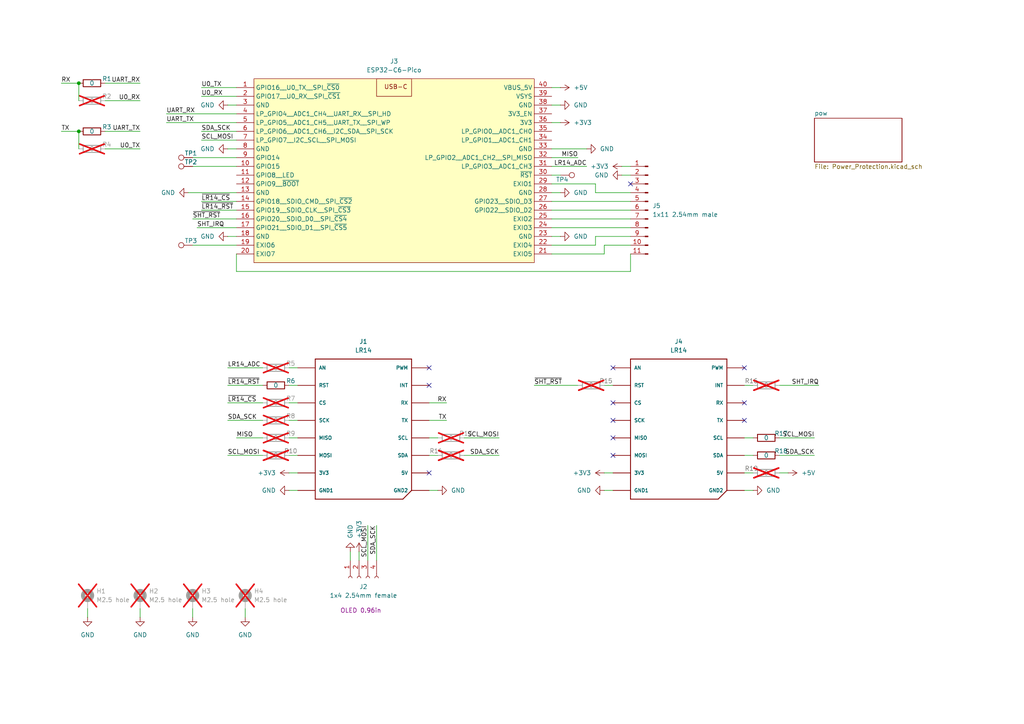
<source format=kicad_sch>
(kicad_sch (version 20231120) (generator "eeschema") (generator_version "8.0")
  (paper "A4")
  (lib_symbols
    (symbol "Connector:Conn_01x04_Socket" (pin_names (offset 1.016) hide)
      (property "Reference" "J" (at 0 5.08 0))
      (property "Value" "Conn_01x04_Socket" (at 0 -7.62 0))
      (symbol "Conn_01x04_Socket_1_1"
        (arc (start 0 -4.572) (mid -0.5058 -5.08) (end 0 -5.588) (stroke (width 0.1524)))
        (arc (start 0 -2.032) (mid -0.5058 -2.54) (end 0 -3.048) (stroke (width 0.1524)))
        (polyline (pts (xy -1.27 -5.08) (xy -0.508 -5.08)) (stroke (width 0.1524)))
        (polyline (pts (xy -1.27 -2.54) (xy -0.508 -2.54)) (stroke (width 0.1524)))
        (polyline (pts (xy -1.27 0) (xy -0.508 0)) (stroke (width 0.1524)))
        (polyline (pts (xy -1.27 2.54) (xy -0.508 2.54)) (stroke (width 0.1524)))
        (arc (start 0 0.508) (mid -0.5058 0) (end 0 -0.508) (stroke (width 0.1524)))
        (arc (start 0 3.048) (mid -0.5058 2.54) (end 0 2.032) (stroke (width 0.1524)))
        (pin passive line (at -5.08 2.54 0) (length 3.81) (name "Pin_1") (number "1"))
        (pin passive line (at -5.08 0 0) (length 3.81) (name "Pin_2") (number "2"))
        (pin passive line (at -5.08 -2.54 0) (length 3.81) (name "Pin_3") (number "3"))
        (pin passive line (at -5.08 -5.08 0) (length 3.81) (name "Pin_4") (number "4"))
      )
    )
    (symbol "Connector:Conn_01x11_Pin" (pin_names (offset 1.016) hide)
      (property "Reference" "J" (at 0 15.24 0))
      (property "Value" "Conn_01x11_Pin" (at 0 -15.24 0))
      (symbol "Conn_01x11_Pin_1_1"
        (polyline (pts (xy 1.27 -12.7) (xy 0.8636 -12.7)) (stroke (width 0.1524)))
        (polyline (pts (xy 1.27 -10.16) (xy 0.8636 -10.16)) (stroke (width 0.1524)))
        (polyline (pts (xy 1.27 -7.62) (xy 0.8636 -7.62)) (stroke (width 0.1524)))
        (polyline (pts (xy 1.27 -5.08) (xy 0.8636 -5.08)) (stroke (width 0.1524)))
        (polyline (pts (xy 1.27 -2.54) (xy 0.8636 -2.54)) (stroke (width 0.1524)))
        (polyline (pts (xy 1.27 0) (xy 0.8636 0)) (stroke (width 0.1524)))
        (polyline (pts (xy 1.27 2.54) (xy 0.8636 2.54)) (stroke (width 0.1524)))
        (polyline (pts (xy 1.27 5.08) (xy 0.8636 5.08)) (stroke (width 0.1524)))
        (polyline (pts (xy 1.27 7.62) (xy 0.8636 7.62)) (stroke (width 0.1524)))
        (polyline (pts (xy 1.27 10.16) (xy 0.8636 10.16)) (stroke (width 0.1524)))
        (polyline (pts (xy 1.27 12.7) (xy 0.8636 12.7)) (stroke (width 0.1524)))
        (rectangle (start 0.8636 -12.573) (end 0 -12.827) (stroke (width 0.1524)) (fill (type outline)))
        (rectangle (start 0.8636 -10.033) (end 0 -10.287) (stroke (width 0.1524)) (fill (type outline)))
        (rectangle (start 0.8636 -7.493) (end 0 -7.747) (stroke (width 0.1524)) (fill (type outline)))
        (rectangle (start 0.8636 -4.953) (end 0 -5.207) (stroke (width 0.1524)) (fill (type outline)))
        (rectangle (start 0.8636 -2.413) (end 0 -2.667) (stroke (width 0.1524)) (fill (type outline)))
        (rectangle (start 0.8636 0.127) (end 0 -0.127) (stroke (width 0.1524)) (fill (type outline)))
        (rectangle (start 0.8636 2.667) (end 0 2.413) (stroke (width 0.1524)) (fill (type outline)))
        (rectangle (start 0.8636 5.207) (end 0 4.953) (stroke (width 0.1524)) (fill (type outline)))
        (rectangle (start 0.8636 7.747) (end 0 7.493) (stroke (width 0.1524)) (fill (type outline)))
        (rectangle (start 0.8636 10.287) (end 0 10.033) (stroke (width 0.1524)) (fill (type outline)))
        (rectangle (start 0.8636 12.827) (end 0 12.573) (stroke (width 0.1524)) (fill (type outline)))
        (pin passive line (at 5.08 12.7 180) (length 3.81) (name "Pin_1") (number "1"))
        (pin passive line (at 5.08 -10.16 180) (length 3.81) (name "Pin_10") (number "10"))
        (pin passive line (at 5.08 -12.7 180) (length 3.81) (name "Pin_11") (number "11"))
        (pin passive line (at 5.08 10.16 180) (length 3.81) (name "Pin_2") (number "2"))
        (pin passive line (at 5.08 7.62 180) (length 3.81) (name "Pin_3") (number "3"))
        (pin passive line (at 5.08 5.08 180) (length 3.81) (name "Pin_4") (number "4"))
        (pin passive line (at 5.08 2.54 180) (length 3.81) (name "Pin_5") (number "5"))
        (pin passive line (at 5.08 0 180) (length 3.81) (name "Pin_6") (number "6"))
        (pin passive line (at 5.08 -2.54 180) (length 3.81) (name "Pin_7") (number "7"))
        (pin passive line (at 5.08 -5.08 180) (length 3.81) (name "Pin_8") (number "8"))
        (pin passive line (at 5.08 -7.62 180) (length 3.81) (name "Pin_9") (number "9"))
      )
    )
    (symbol "Connector:TestPoint" (pin_numbers hide) (pin_names (offset 0.762) hide)
      (property "Reference" "TP" (at 0 6.858 0))
      (property "Value" "TestPoint" (at 0 5.08 0))
      (symbol "TestPoint_0_1"
        (circle (center 0 3.302) (radius 0.762))
      )
      (symbol "TestPoint_1_1"
        (pin passive line (at 0 0 90) (length 2.54) (name "1") (number "1"))
      )
    )
    (symbol "Device:R" (pin_numbers hide) (pin_names (offset 0))
      (property "Reference" "R" (at 2.032 0 90))
      (property "Value" "R" (at 0 0 90))
      (symbol "R_0_1"
        (rectangle (start -1.016 -2.54) (end 1.016 2.54) (stroke (width 0.254)))
      )
      (symbol "R_1_1"
        (pin passive line (at 0 3.81 270) (length 1.27) (name "~") (number "1"))
        (pin passive line (at 0 -3.81 90) (length 1.27) (name "~") (number "2"))
      )
    )
    (symbol "ESP32:ESP32-C6-Pico"
      (property "Reference" "J" (at 0 0 0))
      (symbol "ESP32-C6-Pico_1_0"
        (pin passive line (at -45.72 -35.56 0) (length 5.08) (name "GND") (number "13"))
        (pin passive line (at -45.72 -48.26 0) (length 5.08) (name "GND") (number "18"))
        (pin bidirectional line (at -45.72 -50.8 0) (length 5.08) (name "EXIO6") (number "19"))
        (pin bidirectional line (at -45.72 -7.62 0) (length 5.08) (name "GPIO17__U0_RX__SPI_~{CS1}") (number "2"))
        (pin bidirectional line (at -45.72 -53.34 0) (length 5.08) (name "EXIO7") (number "20"))
        (pin bidirectional line (at 45.72 -53.34 180) (length 5.08) (name "EXIO5") (number "21"))
        (pin bidirectional line (at 45.72 -50.8 180) (length 5.08) (name "EXIO4") (number "22"))
        (pin passive line (at 45.72 -48.26 180) (length 5.08) (name "GND") (number "23"))
        (pin bidirectional line (at 45.72 -45.72 180) (length 5.08) (name "EXIO3") (number "24"))
        (pin bidirectional line (at 45.72 -43.18 180) (length 5.08) (name "EXIO2") (number "25"))
        (pin passive line (at 45.72 -35.56 180) (length 5.08) (name "GND") (number "28"))
        (pin bidirectional line (at 45.72 -33.02 180) (length 5.08) (name "EXIO1") (number "29"))
        (pin passive line (at -45.72 -10.16 0) (length 5.08) (name "GND") (number "3"))
        (pin input line (at 45.72 -30.48 180) (length 5.08) (name "~{RST}") (number "30"))
        (pin bidirectional line (at 45.72 -27.94 180) (length 5.08) (name "LP_GPIO3__ADC1_CH3") (number "31"))
        (pin bidirectional line (at 45.72 -25.4 180) (length 5.08) (name "LP_GPIO2__ADC1_CH2__SPI_MISO") (number "32"))
        (pin passive line (at 45.72 -22.86 180) (length 5.08) (name "GND") (number "33"))
        (pin bidirectional line (at 45.72 -20.32 180) (length 5.08) (name "LP_GPIO1__ADC1_CH1") (number "34"))
        (pin bidirectional line (at 45.72 -17.78 180) (length 5.08) (name "LP_GPIO0__ADC1_CH0") (number "35"))
        (pin power_out line (at 45.72 -15.24 180) (length 5.08) (name "3V3") (number "36"))
        (pin input line (at 45.72 -12.7 180) (length 5.08) (name "3V3_EN") (number "37"))
        (pin passive line (at 45.72 -10.16 180) (length 5.08) (name "GND") (number "38"))
        (pin power_in line (at 45.72 -7.62 180) (length 5.08) (name "VSYS") (number "39"))
        (pin bidirectional line (at -45.72 -12.7 0) (length 5.08) (name "LP_GPIO4__ADC1_CH4__UART_RX__SPI_HD") (number "4"))
        (pin power_out line (at 45.72 -5.08 180) (length 5.08) (name "VBUS_5V") (number "40"))
        (pin bidirectional line (at -45.72 -15.24 0) (length 5.08) (name "LP_GPIO5__ADC1_CH5__UART_TX__SPI_WP") (number "5"))
        (pin bidirectional line (at -45.72 -17.78 0) (length 5.08) (name "LP_GPIO6__ADC1_CH6__I2C_SDA__SPI_SCK") (number "6"))
        (pin bidirectional line (at -45.72 -20.32 0) (length 5.08) (name "LP_GPIO7__I2C_SCL__SPI_MOSI") (number "7"))
        (pin passive line (at -45.72 -22.86 0) (length 5.08) (name "GND") (number "8"))
        (pin bidirectional line (at -45.72 -25.4 0) (length 5.08) (name "GPIO14") (number "9"))
      )
      (symbol "ESP32-C6-Pico_1_1"
        (rectangle (start -40.64 -2.54) (end 40.64 -55.88) (fill (type background)))
        (rectangle (start -5.08 -2.54) (end 5.08 -7.62))
        (text "USB-C" (at 0.508 -4.826 0) (effects (font (size 1.27 1.27))))
        (pin bidirectional line (at -45.72 -5.08 0) (length 5.08) (name "GPIO16__U0_TX__SPI_~{CS0}") (number "1"))
        (pin bidirectional line (at -45.72 -27.94 0) (length 5.08) (name "GPIO15") (number "10"))
        (pin bidirectional line (at -45.72 -30.48 0) (length 5.08) (name "GPIO8__LED") (number "11"))
        (pin bidirectional line (at -45.72 -33.02 0) (length 5.08) (name "GPIO9__~{BOOT}") (number "12"))
        (pin bidirectional line (at -45.72 -38.1 0) (length 5.08) (name "GPIO18__SDIO_CMD__SPI_~{CS2}") (number "14"))
        (pin bidirectional line (at -45.72 -40.64 0) (length 5.08) (name "GPIO19__SDIO_CLK__SPI_~{CS3}") (number "15"))
        (pin bidirectional line (at -45.72 -43.18 0) (length 5.08) (name "GPIO20__SDIO_D0__SPI_~{CS4}") (number "16"))
        (pin bidirectional line (at -45.72 -45.72 0) (length 5.08) (name "GPIO21__SDIO_D1__SPI_~{CS5}") (number "17"))
        (pin bidirectional line (at 45.72 -40.64 180) (length 5.08) (name "GPIO22__SDIO_D2") (number "26"))
        (pin bidirectional line (at 45.72 -38.1 180) (length 5.08) (name "GPIO23__SDIO_D3") (number "27"))
      )
    )
    (symbol "Mechanical:MountingHole_Pad" (pin_numbers hide) (pin_names (offset 1.016) hide) (exclude_from_sim yes) (in_bom no)
      (property "Reference" "H" (at 0 6.35 0))
      (property "Value" "MountingHole_Pad" (at 0 4.445 0))
      (symbol "MountingHole_Pad_0_1"
        (circle (center 0 1.27) (radius 1.27) (stroke (width 1.27)))
      )
      (symbol "MountingHole_Pad_1_1"
        (pin input line (at 0 -2.54 90) (length 2.54) (name "1") (number "1"))
      )
    )
    (symbol "mikroBus:MIKROBUS_HOST_CONN" (pin_numbers hide) (pin_names (offset 1.016))
      (property "Reference" "CON" (at 10.16 38.1 0))
      (property "Value" "MIKROBUS_HOST_CONN" (at 2.54 3.81 0))
      (symbol "MIKROBUS_HOST_CONN_0_0"
        (polyline (pts (xy 0 0) (xy 0 40.64)) (stroke (width 0.254)))
        (polyline (pts (xy 0 40.64) (xy 27.94 40.64)) (stroke (width 0.254)))
        (polyline (pts (xy 25.4 0) (xy 0 0)) (stroke (width 0.254)))
        (polyline (pts (xy 27.94 2.54) (xy 25.4 0)) (stroke (width 0.254)))
        (polyline (pts (xy 27.94 40.64) (xy 27.94 2.54)) (stroke (width 0.254)))
        (pin bidirectional line (at -5.08 38.1 0) (length 5.08) (name "AN") (number "P1"))
        (pin power_in line (at 33.02 7.62 180) (length 5.08) (name "5V") (number "P10"))
        (pin bidirectional line (at 33.02 12.7 180) (length 5.08) (name "SDA") (number "P11"))
        (pin bidirectional line (at 33.02 17.78 180) (length 5.08) (name "SCL") (number "P12"))
        (pin bidirectional line (at 33.02 22.86 180) (length 5.08) (name "TX") (number "P13"))
        (pin bidirectional line (at 33.02 27.94 180) (length 5.08) (name "RX") (number "P14"))
        (pin bidirectional line (at 33.02 33.02 180) (length 5.08) (name "INT") (number "P15"))
        (pin bidirectional line (at 33.02 38.1 180) (length 5.08) (name "PWM") (number "P16"))
        (pin bidirectional line (at -5.08 33.02 0) (length 5.08) (name "RST") (number "P2"))
        (pin bidirectional line (at -5.08 27.94 0) (length 5.08) (name "CS") (number "P3"))
        (pin bidirectional line (at -5.08 22.86 0) (length 5.08) (name "SCK") (number "P4"))
        (pin bidirectional line (at -5.08 17.78 0) (length 5.08) (name "MISO") (number "P5"))
        (pin bidirectional line (at -5.08 12.7 0) (length 5.08) (name "MOSI") (number "P6"))
        (pin power_in line (at -5.08 7.62 0) (length 5.08) (name "3V3") (number "P7"))
        (pin bidirectional line (at -5.08 2.54 0) (length 5.08) (name "GND1") (number "P8"))
        (pin bidirectional line (at 33.02 2.54 180) (length 5.08) (name "GND2") (number "P9"))
      )
    )
    (symbol "power:+3V3" (power) (pin_numbers hide) (pin_names (offset 0) hide)
      (property "Value" "+3V3" (at 0 3.556 0))
      (symbol "+3V3_0_1"
        (polyline (pts (xy -0.762 1.27) (xy 0 2.54)))
        (polyline (pts (xy 0 0) (xy 0 2.54)))
        (polyline (pts (xy 0 2.54) (xy 0.762 1.27)))
      )
      (symbol "+3V3_1_1"
        (pin power_in line (at 0 0 90) (length 0) (name "~") (number "1"))
      )
    )
    (symbol "power:+5V" (power) (pin_numbers hide) (pin_names (offset 0) hide)
      (property "Value" "+5V" (at 0 3.556 0))
      (symbol "+5V_0_1"
        (polyline (pts (xy -0.762 1.27) (xy 0 2.54)))
        (polyline (pts (xy 0 0) (xy 0 2.54)))
        (polyline (pts (xy 0 2.54) (xy 0.762 1.27)))
      )
      (symbol "+5V_1_1"
        (pin power_in line (at 0 0 90) (length 0) (name "~") (number "1"))
      )
    )
    (symbol "power:GND" (power) (pin_numbers hide) (pin_names (offset 0) hide)
      (property "Value" "GND" (at 0 -3.81 0))
      (symbol "GND_0_1"
        (polyline (pts (xy 0 0) (xy 0 -1.27) (xy 1.27 -1.27) (xy 0 -2.54) (xy -1.27 -1.27) (xy 0 -1.27)))
      )
      (symbol "GND_1_1"
        (pin power_in line (at 0 0 270) (length 0) (name "~") (number "1"))
      )
    )
  )
  (junction (at 22.86 24.13))
  (junction (at 22.86 38.1))
  (no_connect (at 177.8 132.08))
  (no_connect (at 124.46 111.76))
  (no_connect (at 177.8 116.84))
  (no_connect (at 177.8 106.68))
  (no_connect (at 124.46 106.68))
  (no_connect (at 215.9 106.68))
  (no_connect (at 177.8 121.92))
  (no_connect (at 182.88 53.34))
  (no_connect (at 215.9 116.84))
  (no_connect (at 124.46 137.16))
  (no_connect (at 177.8 127))
  (no_connect (at 215.9 121.92))
  (wire (pts (xy 86.36 111.76) (xy 83.82 111.76)))
  (wire (pts (xy 170.18 48.26) (xy 160.02 48.26)))
  (wire (pts (xy 218.44 142.24) (xy 215.9 142.24)))
  (wire (pts (xy 66.04 132.08) (xy 76.2 132.08)))
  (wire (pts (xy 30.48 24.13) (xy 40.64 24.13)))
  (wire (pts (xy 55.88 45.72) (xy 68.58 45.72)))
  (wire (pts (xy 22.86 24.13) (xy 22.86 29.21)))
  (wire (pts (xy 215.9 127) (xy 218.44 127)))
  (wire (pts (xy 66.04 106.68) (xy 76.2 106.68)))
  (wire (pts (xy 66.04 43.18) (xy 68.58 43.18)))
  (wire (pts (xy 182.88 48.26) (xy 180.34 48.26)))
  (wire (pts (xy 58.42 60.96) (xy 68.58 60.96)))
  (wire (pts (xy 160.02 71.12) (xy 172.72 71.12)))
  (wire (pts (xy 66.04 30.48) (xy 68.58 30.48)))
  (wire (pts (xy 86.36 106.68) (xy 83.82 106.68)))
  (wire (pts (xy 160.02 53.34) (xy 172.72 53.34)))
  (wire (pts (xy 54.61 55.88) (xy 68.58 55.88)))
  (wire (pts (xy 226.06 111.76) (xy 237.49 111.76)))
  (wire (pts (xy 66.04 111.76) (xy 76.2 111.76)))
  (wire (pts (xy 83.82 121.92) (xy 86.36 121.92)))
  (wire (pts (xy 106.68 152.4) (xy 106.68 162.56)))
  (wire (pts (xy 22.86 24.13) (xy 17.78 24.13)))
  (wire (pts (xy 215.9 137.16) (xy 218.44 137.16)))
  (wire (pts (xy 236.22 132.08) (xy 226.06 132.08)))
  (wire (pts (xy 172.72 68.58) (xy 182.88 68.58)))
  (wire (pts (xy 160.02 50.8) (xy 162.56 50.8)))
  (wire (pts (xy 175.26 71.12) (xy 175.26 73.66)))
  (wire (pts (xy 55.88 71.12) (xy 68.58 71.12)))
  (wire (pts (xy 68.58 66.04) (xy 57.15 66.04)))
  (wire (pts (xy 58.42 58.42) (xy 68.58 58.42)))
  (wire (pts (xy 180.34 50.8) (xy 182.88 50.8)))
  (wire (pts (xy 160.02 73.66) (xy 175.26 73.66)))
  (wire (pts (xy 66.04 116.84) (xy 76.2 116.84)))
  (wire (pts (xy 162.56 68.58) (xy 160.02 68.58)))
  (wire (pts (xy 109.22 152.4) (xy 109.22 162.56)))
  (wire (pts (xy 160.02 63.5) (xy 182.88 63.5)))
  (wire (pts (xy 162.56 55.88) (xy 160.02 55.88)))
  (wire (pts (xy 66.04 121.92) (xy 76.2 121.92)))
  (wire (pts (xy 172.72 53.34) (xy 172.72 55.88)))
  (wire (pts (xy 68.58 25.4) (xy 58.42 25.4)))
  (wire (pts (xy 160.02 25.4) (xy 162.56 25.4)))
  (wire (pts (xy 127 142.24) (xy 124.46 142.24)))
  (wire (pts (xy 182.88 71.12) (xy 175.26 71.12)))
  (wire (pts (xy 68.58 73.66) (xy 68.58 78.74)))
  (wire (pts (xy 58.42 38.1) (xy 68.58 38.1)))
  (wire (pts (xy 144.78 132.08) (xy 134.62 132.08)))
  (wire (pts (xy 55.88 176.53) (xy 55.88 179.07)))
  (wire (pts (xy 162.56 30.48) (xy 160.02 30.48)))
  (wire (pts (xy 177.8 111.76) (xy 175.26 111.76)))
  (wire (pts (xy 48.26 35.56) (xy 68.58 35.56)))
  (wire (pts (xy 66.04 68.58) (xy 68.58 68.58)))
  (wire (pts (xy 124.46 127) (xy 127 127)))
  (wire (pts (xy 177.8 137.16) (xy 175.26 137.16)))
  (wire (pts (xy 124.46 132.08) (xy 127 132.08)))
  (wire (pts (xy 160.02 58.42) (xy 182.88 58.42)))
  (wire (pts (xy 48.26 33.02) (xy 68.58 33.02)))
  (wire (pts (xy 172.72 71.12) (xy 172.72 68.58)))
  (wire (pts (xy 86.36 132.08) (xy 83.82 132.08)))
  (wire (pts (xy 104.14 162.56) (xy 104.14 160.02)))
  (wire (pts (xy 160.02 60.96) (xy 182.88 60.96)))
  (wire (pts (xy 76.2 127) (xy 68.58 127)))
  (wire (pts (xy 86.36 137.16) (xy 83.82 137.16)))
  (wire (pts (xy 124.46 121.92) (xy 129.54 121.92)))
  (wire (pts (xy 58.42 40.64) (xy 68.58 40.64)))
  (wire (pts (xy 172.72 55.88) (xy 182.88 55.88)))
  (wire (pts (xy 83.82 142.24) (xy 86.36 142.24)))
  (wire (pts (xy 68.58 27.94) (xy 58.42 27.94)))
  (wire (pts (xy 30.48 38.1) (xy 40.64 38.1)))
  (wire (pts (xy 40.64 176.53) (xy 40.64 179.07)))
  (wire (pts (xy 86.36 116.84) (xy 83.82 116.84)))
  (wire (pts (xy 226.06 137.16) (xy 228.6 137.16)))
  (wire (pts (xy 22.86 38.1) (xy 22.86 43.18)))
  (wire (pts (xy 30.48 43.18) (xy 40.64 43.18)))
  (wire (pts (xy 170.18 43.18) (xy 160.02 43.18)))
  (wire (pts (xy 215.9 132.08) (xy 218.44 132.08)))
  (wire (pts (xy 83.82 127) (xy 86.36 127)))
  (wire (pts (xy 101.6 160.02) (xy 101.6 162.56)))
  (wire (pts (xy 167.64 111.76) (xy 154.94 111.76)))
  (wire (pts (xy 215.9 111.76) (xy 218.44 111.76)))
  (wire (pts (xy 25.4 176.53) (xy 25.4 179.07)))
  (wire (pts (xy 182.88 78.74) (xy 182.88 73.66)))
  (wire (pts (xy 30.48 29.21) (xy 40.64 29.21)))
  (wire (pts (xy 68.58 78.74) (xy 182.88 78.74)))
  (wire (pts (xy 124.46 116.84) (xy 129.54 116.84)))
  (wire (pts (xy 160.02 66.04) (xy 182.88 66.04)))
  (wire (pts (xy 55.88 48.26) (xy 68.58 48.26)))
  (wire (pts (xy 68.58 63.5) (xy 55.88 63.5)))
  (wire (pts (xy 175.26 142.24) (xy 177.8 142.24)))
  (wire (pts (xy 22.86 38.1) (xy 17.78 38.1)))
  (wire (pts (xy 144.78 127) (xy 134.62 127)))
  (wire (pts (xy 160.02 35.56) (xy 162.56 35.56)))
  (wire (pts (xy 236.22 127) (xy 226.06 127)))
  (wire (pts (xy 71.12 176.53) (xy 71.12 179.07)))
  (wire (pts (xy 160.02 45.72) (xy 167.64 45.72)))
  (label "RX" (at 129.54 116.84 180))
  (label "TX" (at 129.54 121.92 180))
  (label "~{LR14_RST}" (at 58.42 60.96 0))
  (label "SCL_MOSI" (at 144.78 127 180))
  (label "RX" (at 17.78 24.13 0))
  (label "SDA_SCK" (at 66.04 121.92 0))
  (label "SDA_SCK" (at 109.22 152.4 270))
  (label "SDA_SCK" (at 58.42 38.1 0))
  (label "UART_TX" (at 40.64 38.1 180))
  (label "~{SHT_RST}" (at 55.88 63.5 0))
  (label "U0_RX" (at 58.42 27.94 0))
  (label "UART_TX" (at 48.26 35.56 0))
  (label "TX" (at 17.78 38.1 0))
  (label "U0_RX" (at 40.64 29.21 180))
  (label "SCL_MOSI" (at 66.04 132.08 0))
  (label "LR14_ADC" (at 170.18 48.26 180))
  (label "MISO" (at 68.58 127 0))
  (label "UART_RX" (at 48.26 33.02 0))
  (label "~{LR14_CS}" (at 66.04 116.84 0))
  (label "SCL_MOSI" (at 58.42 40.64 0))
  (label "SHT_IRQ" (at 57.15 66.04 0))
  (label "LR14_ADC" (at 66.04 106.68 0))
  (label "U0_TX" (at 58.42 25.4 0))
  (label "~{SHT_RST}" (at 154.94 111.76 0))
  (label "SDA_SCK" (at 236.22 132.08 180))
  (label "MISO" (at 167.64 45.72 180))
  (label "U0_TX" (at 40.64 43.18 180))
  (label "SDA_SCK" (at 144.78 132.08 180))
  (label "~{LR14_CS}" (at 58.42 58.42 0))
  (label "UART_RX" (at 40.64 24.13 180))
  (label "~{LR14_RST}" (at 66.04 111.76 0))
  (label "SHT_IRQ" (at 237.49 111.76 180))
  (label "SCL_MOSI" (at 236.22 127 180))
  (label "SCL_MOSI" (at 106.68 152.4 270))
  (symbol (lib_id "power:+5V") (at 162.56 25.4 270) (unit 1)
    (property "Reference" "#PWR014" (effects (hide yes)))
    (property "Value" "+5V" (at 166.37 25.3999 90) (effects (justify left)))
    (property "Description" "Power symbol creates a global label with name \"+5V\"" (effects (hide yes)))
  )
  (symbol (lib_id "Mechanical:MountingHole_Pad") (at 25.4 173.99 0) (unit 1) (exclude_from_sim yes) (in_bom no) (dnp yes)
    (property "Reference" "H1" (at 27.94 171.4499 0) (effects (justify left)))
    (property "Value" "M2.5 hole" (at 27.94 173.9899 0) (effects (justify left)))
    (property "Footprint" "MountingHole:MountingHole_2.7mm_M2.5_Pad" (effects (hide yes)))
    (property "Description" "Mounting Hole with connection" (effects (hide yes)))
  )
  (symbol (lib_id "power:+3V3") (at 175.26 137.16 90) (unit 1)
    (property "Reference" "#PWR020" (effects (hide yes)))
    (property "Value" "+3V3" (at 171.45 137.1601 90) (effects (justify left)))
    (property "Description" "Power symbol creates a global label with name \"+3V3\"" (effects (hide yes)))
  )
  (symbol (lib_id "Device:R") (at 26.67 38.1 90) (unit 1)
    (property "Reference" "R3" (at 30.988 36.83 90))
    (property "Value" "0" (at 26.67 38.1 90))
    (property "Footprint" "For_Rasterboard:R_Axial_DIN0207_L6.3mm_D2.5mm_Pinf_Horizontal" (effects (hide yes)))
    (property "Description" "Resistor" (effects (hide yes)))
  )
  (symbol (lib_id "Mechanical:MountingHole_Pad") (at 71.12 173.99 0) (unit 1) (exclude_from_sim yes) (in_bom no) (dnp yes)
    (property "Reference" "H4" (at 73.66 171.4499 0) (effects (justify left)))
    (property "Value" "M2.5 hole" (at 73.66 173.9899 0) (effects (justify left)))
    (property "Footprint" "MountingHole:MountingHole_2.7mm_M2.5_Pad" (effects (hide yes)))
    (property "Description" "Mounting Hole with connection" (effects (hide yes)))
  )
  (symbol (lib_id "power:GND") (at 180.34 50.8 270) (unit 1)
    (property "Reference" "#PWR023" (effects (hide yes)))
    (property "Value" "GND" (at 176.53 50.7999 90) (effects (justify right)))
    (property "Description" "Power symbol creates a global label with name \"GND\" , ground" (effects (hide yes)))
  )
  (symbol (lib_id "power:GND") (at 66.04 68.58 270) (unit 1)
    (property "Reference" "#PWR07" (effects (hide yes)))
    (property "Value" "GND" (at 62.23 68.5799 90) (effects (justify right)))
    (property "Description" "Power symbol creates a global label with name \"GND\" , ground" (effects (hide yes)))
  )
  (symbol (lib_id "power:GND") (at 175.26 142.24 270) (unit 1)
    (property "Reference" "#PWR021" (effects (hide yes)))
    (property "Value" "GND" (at 171.45 142.2399 90) (effects (justify right)))
    (property "Description" "Power symbol creates a global label with name \"GND\" , ground" (effects (hide yes)))
  )
  (symbol (lib_id "Device:R") (at 222.25 137.16 270) (mirror x) (unit 1) (dnp yes)
    (property "Reference" "R19" (at 217.932 135.89 90))
    (property "Value" "0" (at 222.25 137.16 90))
    (property "Footprint" "For_Rasterboard:R_Axial_DIN0207_L6.3mm_D2.5mm_Pinf_Horizontal" (effects (hide yes)))
    (property "Description" "Resistor" (effects (hide yes)))
  )
  (symbol (lib_id "Device:R") (at 130.81 132.08 270) (mirror x) (unit 1) (dnp yes)
    (property "Reference" "R14" (at 126.492 130.81 90))
    (property "Value" "0" (at 130.81 132.08 90))
    (property "Footprint" "For_Rasterboard:R_Axial_DIN0207_L6.3mm_D2.5mm_Pinf_Horizontal" (effects (hide yes)))
    (property "Description" "Resistor" (effects (hide yes)))
  )
  (symbol (lib_id "power:GND") (at 66.04 30.48 270) (unit 1)
    (property "Reference" "#PWR05" (effects (hide yes)))
    (property "Value" "GND" (at 62.23 30.4799 90) (effects (justify right)))
    (property "Description" "Power symbol creates a global label with name \"GND\" , ground" (effects (hide yes)))
  )
  (symbol (lib_id "Device:R") (at 222.25 132.08 90) (unit 1)
    (property "Reference" "R18" (at 226.568 130.81 90))
    (property "Value" "0" (at 222.25 132.08 90))
    (property "Footprint" "For_Rasterboard:R_Axial_DIN0207_L6.3mm_D2.5mm_Pinf_Horizontal" (effects (hide yes)))
    (property "Description" "Resistor" (effects (hide yes)))
  )
  (symbol (lib_id "power:GND") (at 162.56 30.48 90) (unit 1)
    (property "Reference" "#PWR015" (effects (hide yes)))
    (property "Value" "GND" (at 166.37 30.4801 90) (effects (justify right)))
    (property "Description" "Power symbol creates a global label with name \"GND\" , ground" (effects (hide yes)))
  )
  (symbol (lib_id "power:+3V3") (at 180.34 48.26 90) (unit 1)
    (property "Reference" "#PWR022" (effects (hide yes)))
    (property "Value" "+3V3" (at 176.53 48.2601 90) (effects (justify left)))
    (property "Description" "Power symbol creates a global label with name \"+3V3\"" (effects (hide yes)))
  )
  (symbol (lib_id "power:GND") (at 162.56 68.58 90) (unit 1)
    (property "Reference" "#PWR018" (effects (hide yes)))
    (property "Value" "GND" (at 166.37 68.5801 90) (effects (justify right)))
    (property "Description" "Power symbol creates a global label with name \"GND\" , ground" (effects (hide yes)))
  )
  (symbol (lib_id "Connector:TestPoint") (at 55.88 45.72 90) (unit 1)
    (property "Reference" "TP1" (at 55.372 44.45 90))
    (property "Value" "1x1 2x54mm male" (effects (hide yes)))
    (property "Footprint" "Connector_PinHeader_2.54mm:PinHeader_1x01_P2.54mm_Vertical" (effects (hide yes)))
    (property "Description" "test point" (effects (hide yes)))
  )
  (symbol (lib_id "power:+3V3") (at 104.14 160.02 0) (unit 1)
    (property "Reference" "#PWR012" (effects (hide yes)))
    (property "Value" "+3V3" (at 104.1399 156.21 90) (effects (justify left)))
    (property "Description" "Power symbol creates a global label with name \"+3V3\"" (effects (hide yes)))
  )
  (symbol (lib_id "power:GND") (at 40.64 179.07 0) (unit 1)
    (property "Reference" "#PWR02" (effects (hide yes)))
    (property "Value" "GND" (at 40.64 184.15 0))
    (property "Description" "Power symbol creates a global label with name \"GND\" , ground" (effects (hide yes)))
  )
  (symbol (lib_id "Mechanical:MountingHole_Pad") (at 55.88 173.99 0) (unit 1) (exclude_from_sim yes) (in_bom no) (dnp yes)
    (property "Reference" "H3" (at 58.42 171.4499 0) (effects (justify left)))
    (property "Value" "M2.5 hole" (at 58.42 173.9899 0) (effects (justify left)))
    (property "Footprint" "MountingHole:MountingHole_2.7mm_M2.5_Pad" (effects (hide yes)))
    (property "Description" "Mounting Hole with connection" (effects (hide yes)))
  )
  (symbol (lib_id "Device:R") (at 80.01 116.84 90) (unit 1) (dnp yes)
    (property "Reference" "R7" (at 84.328 115.57 90))
    (property "Value" "0" (at 80.01 116.84 90))
    (property "Footprint" "For_Rasterboard:R_Axial_DIN0207_L6.3mm_D2.5mm_Pinf_Horizontal" (effects (hide yes)))
    (property "Description" "Resistor" (effects (hide yes)))
  )
  (symbol (lib_id "Mechanical:MountingHole_Pad") (at 40.64 173.99 0) (unit 1) (exclude_from_sim yes) (in_bom no) (dnp yes)
    (property "Reference" "H2" (at 43.18 171.4499 0) (effects (justify left)))
    (property "Value" "M2.5 hole" (at 43.18 173.9899 0) (effects (justify left)))
    (property "Footprint" "MountingHole:MountingHole_2.7mm_M2.5_Pad" (effects (hide yes)))
    (property "Description" "Mounting Hole with connection" (effects (hide yes)))
  )
  (symbol (lib_id "Device:R") (at 80.01 127 90) (unit 1) (dnp yes)
    (property "Reference" "R9" (at 84.328 125.73 90))
    (property "Value" "0" (at 80.01 127 90))
    (property "Footprint" "For_Rasterboard:R_Axial_DIN0207_L6.3mm_D2.5mm_Pinf_Horizontal" (effects (hide yes)))
    (property "Description" "Resistor" (effects (hide yes)))
  )
  (symbol (lib_id "Connector:TestPoint") (at 162.56 50.8 270) (unit 1)
    (property "Reference" "TP4" (at 163.068 52.07 90))
    (property "Value" "1x1 2x54mm male" (effects (hide yes)))
    (property "Footprint" "Connector_PinHeader_2.54mm:PinHeader_1x01_P2.54mm_Vertical" (effects (hide yes)))
    (property "Description" "test point" (effects (hide yes)))
  )
  (symbol (lib_id "Device:R") (at 80.01 111.76 90) (unit 1)
    (property "Reference" "R6" (at 84.328 110.49 90))
    (property "Value" "0" (at 80.01 111.76 90))
    (property "Footprint" "For_Rasterboard:R_Axial_DIN0207_L6.3mm_D2.5mm_Pinf_Horizontal" (effects (hide yes)))
    (property "Description" "Resistor" (effects (hide yes)))
  )
  (symbol (lib_id "power:GND") (at 127 142.24 90) (unit 1)
    (property "Reference" "#PWR013" (effects (hide yes)))
    (property "Value" "GND" (at 130.81 142.2401 90) (effects (justify right)))
    (property "Description" "Power symbol creates a global label with name \"GND\" , ground" (effects (hide yes)))
  )
  (symbol (lib_id "power:GND") (at 66.04 43.18 270) (unit 1)
    (property "Reference" "#PWR06" (effects (hide yes)))
    (property "Value" "GND" (at 62.23 43.1799 90) (effects (justify right)))
    (property "Description" "Power symbol creates a global label with name \"GND\" , ground" (effects (hide yes)))
  )
  (symbol (lib_id "power:GND") (at 170.18 43.18 90) (unit 1)
    (property "Reference" "#PWR019" (effects (hide yes)))
    (property "Value" "GND" (at 173.99 43.1801 90) (effects (justify right)))
    (property "Description" "Power symbol creates a global label with name \"GND\" , ground" (effects (hide yes)))
  )
  (symbol (lib_id "Device:R") (at 26.67 43.18 90) (unit 1) (dnp yes)
    (property "Reference" "R4" (at 30.988 41.91 90))
    (property "Value" "0" (at 26.67 43.18 90))
    (property "Footprint" "For_Rasterboard:R_Axial_DIN0207_L6.3mm_D2.5mm_Pinf_Horizontal" (effects (hide yes)))
    (property "Description" "Resistor" (effects (hide yes)))
  )
  (symbol (lib_id "Device:R") (at 80.01 132.08 90) (unit 1) (dnp yes)
    (property "Reference" "R10" (at 84.328 130.81 90))
    (property "Value" "0" (at 80.01 132.08 90))
    (property "Footprint" "For_Rasterboard:R_Axial_DIN0207_L6.3mm_D2.5mm_Pinf_Horizontal" (effects (hide yes)))
    (property "Description" "Resistor" (effects (hide yes)))
  )
  (symbol (lib_id "Device:R") (at 222.25 127 90) (unit 1)
    (property "Reference" "R17" (at 226.568 125.73 90))
    (property "Value" "0" (at 222.25 127 90))
    (property "Footprint" "For_Rasterboard:R_Axial_DIN0207_L6.3mm_D2.5mm_Pinf_Horizontal" (effects (hide yes)))
    (property "Description" "Resistor" (effects (hide yes)))
  )
  (symbol (lib_id "Device:R") (at 222.25 111.76 270) (mirror x) (unit 1) (dnp yes)
    (property "Reference" "R16" (at 217.932 110.49 90))
    (property "Value" "0" (at 222.25 111.76 90))
    (property "Footprint" "For_Rasterboard:R_Axial_DIN0207_L6.3mm_D2.5mm_Pinf_Horizontal" (effects (hide yes)))
    (property "Description" "Resistor" (effects (hide yes)))
  )
  (symbol (lib_id "power:GND") (at 55.88 179.07 0) (unit 1)
    (property "Reference" "#PWR04" (effects (hide yes)))
    (property "Value" "GND" (at 55.88 184.15 0))
    (property "Description" "Power symbol creates a global label with name \"GND\" , ground" (effects (hide yes)))
  )
  (symbol (lib_id "Device:R") (at 80.01 106.68 90) (unit 1) (dnp yes)
    (property "Reference" "R5" (at 84.328 105.41 90))
    (property "Value" "0" (at 80.01 106.68 90))
    (property "Footprint" "For_Rasterboard:R_Axial_DIN0207_L6.3mm_D2.5mm_Pinf_Horizontal" (effects (hide yes)))
    (property "Description" "Resistor" (effects (hide yes)))
  )
  (symbol (lib_id "power:GND") (at 101.6 160.02 180) (unit 1)
    (property "Reference" "#PWR011" (effects (hide yes)))
    (property "Value" "GND" (at 101.6001 156.21 90) (effects (justify right)))
    (property "Description" "Power symbol creates a global label with name \"GND\" , ground" (effects (hide yes)))
  )
  (symbol (lib_id "mikroBus:MIKROBUS_HOST_CONN") (at 182.88 144.78 0) (unit 1)
    (property "Reference" "J4" (at 196.85 99.06 0))
    (property "Value" "LR14" (at 196.85 101.6 0))
    (property "Footprint" "mikroBUS:MIKROBUS_HOST_CONN" (effects (hide yes)))
    (property "Description" "MikroClick connector" (effects (hide yes)))
  )
  (symbol (lib_id "Device:R") (at 26.67 24.13 90) (unit 1)
    (property "Reference" "R1" (at 30.988 22.86 90))
    (property "Value" "0" (at 26.67 24.13 90))
    (property "Footprint" "For_Rasterboard:R_Axial_DIN0207_L6.3mm_D2.5mm_Pinf_Horizontal" (effects (hide yes)))
    (property "Description" "Resistor" (effects (hide yes)))
  )
  (symbol (lib_id "power:+5V") (at 228.6 137.16 270) (unit 1)
    (property "Reference" "#PWR025" (effects (hide yes)))
    (property "Value" "+5V" (at 232.41 137.1599 90) (effects (justify left)))
    (property "Description" "Power symbol creates a global label with name \"+5V\"" (effects (hide yes)))
  )
  (symbol (lib_id "Connector:Conn_01x11_Pin") (at 187.96 60.96 0) (mirror y) (unit 1)
    (property "Reference" "J5" (at 189.23 59.6899 0) (effects (justify right)))
    (property "Value" "1x11 2.54mm male" (at 189.23 62.2299 0) (effects (justify right)))
    (property "Footprint" "Connector_PinHeader_2.54mm:PinHeader_1x11_P2.54mm_Vertical" (effects (hide yes)))
    (property "Description" "Generic connector, single row, 01x11, script generated" (effects (hide yes)))
  )
  (symbol (lib_id "mikroBus:MIKROBUS_HOST_CONN") (at 91.44 144.78 0) (unit 1)
    (property "Reference" "J1" (at 105.41 99.06 0))
    (property "Value" "LR14" (at 105.41 101.6 0))
    (property "Footprint" "mikroBUS:MIKROBUS_HOST_CONN" (effects (hide yes)))
    (property "Description" "MikroClick connector" (effects (hide yes)))
  )
  (symbol (lib_id "power:GND") (at 71.12 179.07 0) (unit 1)
    (property "Reference" "#PWR08" (effects (hide yes)))
    (property "Value" "GND" (at 71.12 184.15 0))
    (property "Description" "Power symbol creates a global label with name \"GND\" , ground" (effects (hide yes)))
  )
  (symbol (lib_id "Device:R") (at 26.67 29.21 90) (unit 1) (dnp yes)
    (property "Reference" "R2" (at 30.988 27.94 90))
    (property "Value" "0" (at 26.67 29.21 90))
    (property "Footprint" "For_Rasterboard:R_Axial_DIN0207_L6.3mm_D2.5mm_Pinf_Horizontal" (effects (hide yes)))
    (property "Description" "Resistor" (effects (hide yes)))
  )
  (symbol (lib_id "power:+3V3") (at 162.56 35.56 270) (unit 1)
    (property "Reference" "#PWR016" (effects (hide yes)))
    (property "Value" "+3V3" (at 166.37 35.5599 90) (effects (justify left)))
    (property "Description" "Power symbol creates a global label with name \"+3V3\"" (effects (hide yes)))
  )
  (symbol (lib_id "power:GND") (at 83.82 142.24 270) (unit 1)
    (property "Reference" "#PWR010" (effects (hide yes)))
    (property "Value" "GND" (at 80.01 142.2399 90) (effects (justify right)))
    (property "Description" "Power symbol creates a global label with name \"GND\" , ground" (effects (hide yes)))
  )
  (symbol (lib_id "ESP32:ESP32-C6-Pico") (at 114.3 20.32 0) (unit 1)
    (property "Reference" "J3" (at 114.3 17.78 0))
    (property "Value" "ESP32-C6-Pico" (at 114.3 20.32 0))
    (property "Footprint" "ESP32:ESP32-C6-Pico" (effects (hide yes)))
  )
  (symbol (lib_id "Device:R") (at 171.45 111.76 90) (unit 1) (dnp yes)
    (property "Reference" "R15" (at 175.768 110.49 90))
    (property "Value" "0" (at 171.45 111.76 90))
    (property "Footprint" "For_Rasterboard:R_Axial_DIN0207_L6.3mm_D2.5mm_Pinf_Horizontal" (effects (hide yes)))
    (property "Description" "Resistor" (effects (hide yes)))
  )
  (symbol (lib_id "Device:R") (at 80.01 121.92 90) (unit 1) (dnp yes)
    (property "Reference" "R8" (at 84.328 120.65 90))
    (property "Value" "0" (at 80.01 121.92 90))
    (property "Footprint" "For_Rasterboard:R_Axial_DIN0207_L6.3mm_D2.5mm_Pinf_Horizontal" (effects (hide yes)))
    (property "Description" "Resistor" (effects (hide yes)))
  )
  (symbol (lib_id "power:GND") (at 54.61 55.88 270) (unit 1)
    (property "Reference" "#PWR03" (effects (hide yes)))
    (property "Value" "GND" (at 50.8 55.8799 90) (effects (justify right)))
    (property "Description" "Power symbol creates a global label with name \"GND\" , ground" (effects (hide yes)))
  )
  (symbol (lib_id "Device:R") (at 130.81 127 90) (unit 1) (dnp yes)
    (property "Reference" "R13" (at 135.128 125.73 90))
    (property "Value" "0" (at 130.81 127 90))
    (property "Footprint" "For_Rasterboard:R_Axial_DIN0207_L6.3mm_D2.5mm_Pinf_Horizontal" (effects (hide yes)))
    (property "Description" "Resistor" (effects (hide yes)))
  )
  (symbol (lib_id "power:GND") (at 25.4 179.07 0) (unit 1)
    (property "Reference" "#PWR01" (effects (hide yes)))
    (property "Value" "GND" (at 25.4 184.15 0))
    (property "Description" "Power symbol creates a global label with name \"GND\" , ground" (effects (hide yes)))
  )
  (symbol (lib_id "power:GND") (at 162.56 55.88 90) (unit 1)
    (property "Reference" "#PWR017" (effects (hide yes)))
    (property "Value" "GND" (at 166.37 55.8801 90) (effects (justify right)))
    (property "Description" "Power symbol creates a global label with name \"GND\" , ground" (effects (hide yes)))
  )
  (symbol (lib_id "Connector:TestPoint") (at 55.88 71.12 90) (unit 1)
    (property "Reference" "TP3" (at 55.372 69.85 90))
    (property "Value" "1x1 2x54mm male" (effects (hide yes)))
    (property "Footprint" "Connector_PinHeader_2.54mm:PinHeader_1x01_P2.54mm_Vertical" (effects (hide yes)))
    (property "Description" "test point" (effects (hide yes)))
  )
  (symbol (lib_id "Connector:TestPoint") (at 55.88 48.26 90) (unit 1)
    (property "Reference" "TP2" (at 55.372 46.99 90))
    (property "Value" "1x1 2x54mm male" (effects (hide yes)))
    (property "Footprint" "Connector_PinHeader_2.54mm:PinHeader_1x01_P2.54mm_Vertical" (effects (hide yes)))
    (property "Description" "test point" (effects (hide yes)))
  )
  (symbol (lib_id "power:GND") (at 218.44 142.24 90) (unit 1)
    (property "Reference" "#PWR024" (effects (hide yes)))
    (property "Value" "GND" (at 222.25 142.2401 90) (effects (justify right)))
    (property "Description" "Power symbol creates a global label with name \"GND\" , ground" (effects (hide yes)))
  )
  (symbol (lib_id "power:+3V3") (at 83.82 137.16 90) (unit 1)
    (property "Reference" "#PWR09" (effects (hide yes)))
    (property "Value" "+3V3" (at 80.01 137.1601 90) (effects (justify left)))
    (property "Description" "Power symbol creates a global label with name \"+3V3\"" (effects (hide yes)))
  )
  (symbol (lib_id "Connector:Conn_01x04_Socket") (at 104.14 167.64 90) (mirror x) (unit 1)
    (property "Reference" "J2" (at 105.41 170.18 90))
    (property "Value" "1x4 2.54mm female" (at 105.41 172.72 90))
    (property "Footprint" "Connector_PinSocket_2.54mm:PinSocket_1x04_P2.54mm_Vertical" (effects (hide yes)))
    (property "Description" "Generic connector, single row, 01x04, script generated" (effects (hide yes)))
    (property "Comment" "OLED 0.96in" (at 104.648 177.038 90))
  )
  (sheet (at 236.22 34.29) (size 25.4 12.7) (stroke (width 0.1524))
    (property "Sheetname" "pow" (at 236.22 33.5784 0) (effects (justify left bottom)))
    (property "Sheetfile" "Power_Protection.kicad_sch" (at 236.22 47.5746 0) (effects (justify left top)))
  )
)
</source>
